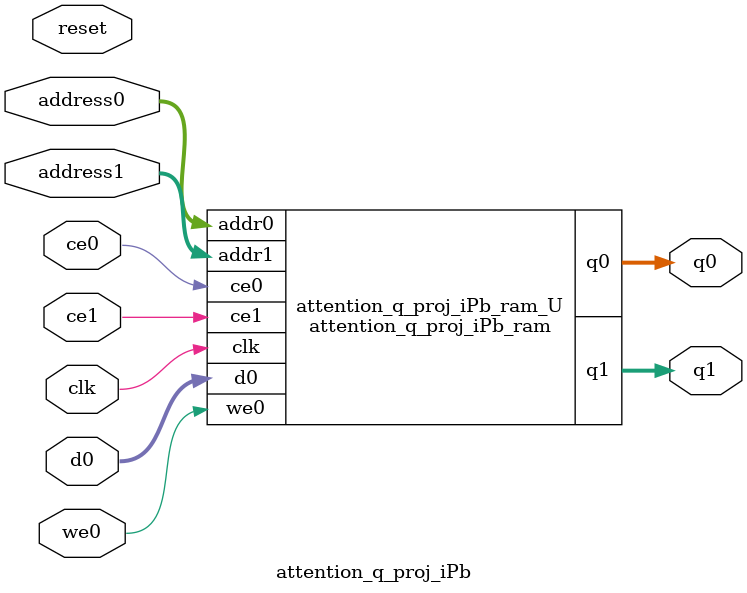
<source format=v>
`timescale 1 ns / 1 ps
module attention_q_proj_iPb_ram (addr0, ce0, d0, we0, q0, addr1, ce1, q1,  clk);

parameter DWIDTH = 38;
parameter AWIDTH = 11;
parameter MEM_SIZE = 1536;

input[AWIDTH-1:0] addr0;
input ce0;
input[DWIDTH-1:0] d0;
input we0;
output reg[DWIDTH-1:0] q0;
input[AWIDTH-1:0] addr1;
input ce1;
output reg[DWIDTH-1:0] q1;
input clk;

(* ram_style = "block" *)reg [DWIDTH-1:0] ram[0:MEM_SIZE-1];




always @(posedge clk)  
begin 
    if (ce0) begin
        if (we0) 
            ram[addr0] <= d0; 
        q0 <= ram[addr0];
    end
end


always @(posedge clk)  
begin 
    if (ce1) begin
        q1 <= ram[addr1];
    end
end


endmodule

`timescale 1 ns / 1 ps
module attention_q_proj_iPb(
    reset,
    clk,
    address0,
    ce0,
    we0,
    d0,
    q0,
    address1,
    ce1,
    q1);

parameter DataWidth = 32'd38;
parameter AddressRange = 32'd1536;
parameter AddressWidth = 32'd11;
input reset;
input clk;
input[AddressWidth - 1:0] address0;
input ce0;
input we0;
input[DataWidth - 1:0] d0;
output[DataWidth - 1:0] q0;
input[AddressWidth - 1:0] address1;
input ce1;
output[DataWidth - 1:0] q1;



attention_q_proj_iPb_ram attention_q_proj_iPb_ram_U(
    .clk( clk ),
    .addr0( address0 ),
    .ce0( ce0 ),
    .we0( we0 ),
    .d0( d0 ),
    .q0( q0 ),
    .addr1( address1 ),
    .ce1( ce1 ),
    .q1( q1 ));

endmodule


</source>
